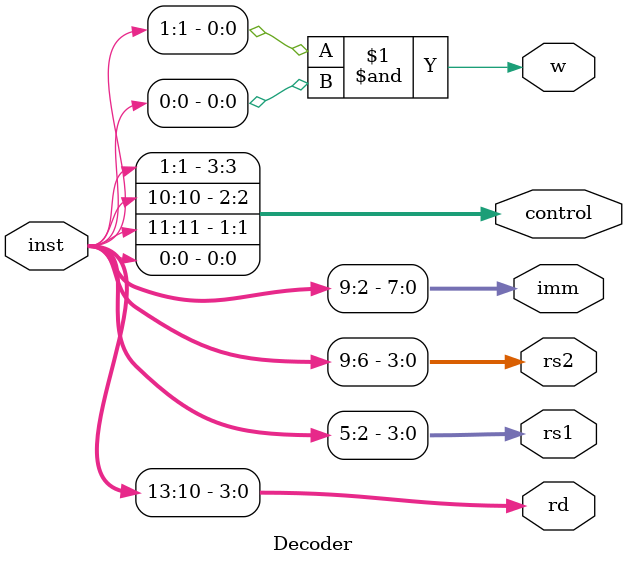
<source format=v>
`timescale 1ns / 1ps


module Decoder(
    input [13:0] inst,
    output [3:0] rd, 
    output [3:0] rs1,
    output [3:0] rs2,
    output [7:0] imm,
    output w,
    output [3:0] control
    );
    
    assign rd = inst[13:10];
    assign rs2 = inst[9:6];
    assign rs1 = inst[5:2];
    assign imm = inst [9:2];
    assign w = inst[1] & inst [0];
    assign control[3] = inst[1] ;
    assign control[2] = inst[10];
    assign control[1] = inst[11];
    assign control[0] = inst[0];
  
endmodule

</source>
